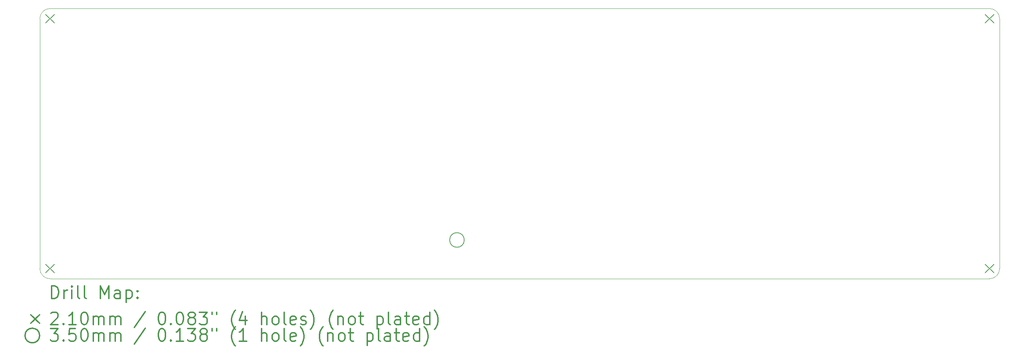
<source format=gbr>
%FSLAX45Y45*%
G04 Gerber Fmt 4.5, Leading zero omitted, Abs format (unit mm)*
G04 Created by KiCad (PCBNEW 5.1.9+dfsg1-1+deb11u1) date 2023-02-07 21:16:10*
%MOMM*%
%LPD*%
G01*
G04 APERTURE LIST*
%TA.AperFunction,Profile*%
%ADD10C,0.050000*%
%TD*%
%ADD11C,0.200000*%
%ADD12C,0.300000*%
G04 APERTURE END LIST*
D10*
X9690000Y-12195000D02*
X32190000Y-12195000D01*
X9445000Y-18435000D02*
X9445000Y-12440000D01*
X32190000Y-18680000D02*
X9690000Y-18680000D01*
X32435000Y-12440000D02*
X32435000Y-18435000D01*
X32190000Y-12195000D02*
G75*
G02*
X32435000Y-12440000I0J-245000D01*
G01*
X32435000Y-18435000D02*
G75*
G02*
X32190000Y-18680000I-245000J0D01*
G01*
X9690000Y-18680000D02*
G75*
G02*
X9445000Y-18435000I0J245000D01*
G01*
X9445000Y-12440000D02*
G75*
G02*
X9690000Y-12195000I245000J0D01*
G01*
D11*
X9585000Y-12335000D02*
X9795000Y-12545000D01*
X9795000Y-12335000D02*
X9585000Y-12545000D01*
X9585000Y-18330000D02*
X9795000Y-18540000D01*
X9795000Y-18330000D02*
X9585000Y-18540000D01*
X32085000Y-12335000D02*
X32295000Y-12545000D01*
X32295000Y-12335000D02*
X32085000Y-12545000D01*
X32085000Y-18330000D02*
X32295000Y-18540000D01*
X32295000Y-18330000D02*
X32085000Y-18540000D01*
X19611000Y-17749000D02*
G75*
G03*
X19611000Y-17749000I-175000J0D01*
G01*
D12*
X9726429Y-19150714D02*
X9726429Y-18850714D01*
X9797857Y-18850714D01*
X9840714Y-18865000D01*
X9869286Y-18893571D01*
X9883571Y-18922143D01*
X9897857Y-18979286D01*
X9897857Y-19022143D01*
X9883571Y-19079286D01*
X9869286Y-19107857D01*
X9840714Y-19136429D01*
X9797857Y-19150714D01*
X9726429Y-19150714D01*
X10026429Y-19150714D02*
X10026429Y-18950714D01*
X10026429Y-19007857D02*
X10040714Y-18979286D01*
X10055000Y-18965000D01*
X10083571Y-18950714D01*
X10112143Y-18950714D01*
X10212143Y-19150714D02*
X10212143Y-18950714D01*
X10212143Y-18850714D02*
X10197857Y-18865000D01*
X10212143Y-18879286D01*
X10226429Y-18865000D01*
X10212143Y-18850714D01*
X10212143Y-18879286D01*
X10397857Y-19150714D02*
X10369286Y-19136429D01*
X10355000Y-19107857D01*
X10355000Y-18850714D01*
X10555000Y-19150714D02*
X10526429Y-19136429D01*
X10512143Y-19107857D01*
X10512143Y-18850714D01*
X10897857Y-19150714D02*
X10897857Y-18850714D01*
X10997857Y-19065000D01*
X11097857Y-18850714D01*
X11097857Y-19150714D01*
X11369286Y-19150714D02*
X11369286Y-18993571D01*
X11355000Y-18965000D01*
X11326428Y-18950714D01*
X11269286Y-18950714D01*
X11240714Y-18965000D01*
X11369286Y-19136429D02*
X11340714Y-19150714D01*
X11269286Y-19150714D01*
X11240714Y-19136429D01*
X11226428Y-19107857D01*
X11226428Y-19079286D01*
X11240714Y-19050714D01*
X11269286Y-19036429D01*
X11340714Y-19036429D01*
X11369286Y-19022143D01*
X11512143Y-18950714D02*
X11512143Y-19250714D01*
X11512143Y-18965000D02*
X11540714Y-18950714D01*
X11597857Y-18950714D01*
X11626428Y-18965000D01*
X11640714Y-18979286D01*
X11655000Y-19007857D01*
X11655000Y-19093571D01*
X11640714Y-19122143D01*
X11626428Y-19136429D01*
X11597857Y-19150714D01*
X11540714Y-19150714D01*
X11512143Y-19136429D01*
X11783571Y-19122143D02*
X11797857Y-19136429D01*
X11783571Y-19150714D01*
X11769286Y-19136429D01*
X11783571Y-19122143D01*
X11783571Y-19150714D01*
X11783571Y-18965000D02*
X11797857Y-18979286D01*
X11783571Y-18993571D01*
X11769286Y-18979286D01*
X11783571Y-18965000D01*
X11783571Y-18993571D01*
X9230000Y-19540000D02*
X9440000Y-19750000D01*
X9440000Y-19540000D02*
X9230000Y-19750000D01*
X9712143Y-19509286D02*
X9726429Y-19495000D01*
X9755000Y-19480714D01*
X9826429Y-19480714D01*
X9855000Y-19495000D01*
X9869286Y-19509286D01*
X9883571Y-19537857D01*
X9883571Y-19566429D01*
X9869286Y-19609286D01*
X9697857Y-19780714D01*
X9883571Y-19780714D01*
X10012143Y-19752143D02*
X10026429Y-19766429D01*
X10012143Y-19780714D01*
X9997857Y-19766429D01*
X10012143Y-19752143D01*
X10012143Y-19780714D01*
X10312143Y-19780714D02*
X10140714Y-19780714D01*
X10226429Y-19780714D02*
X10226429Y-19480714D01*
X10197857Y-19523571D01*
X10169286Y-19552143D01*
X10140714Y-19566429D01*
X10497857Y-19480714D02*
X10526429Y-19480714D01*
X10555000Y-19495000D01*
X10569286Y-19509286D01*
X10583571Y-19537857D01*
X10597857Y-19595000D01*
X10597857Y-19666429D01*
X10583571Y-19723571D01*
X10569286Y-19752143D01*
X10555000Y-19766429D01*
X10526429Y-19780714D01*
X10497857Y-19780714D01*
X10469286Y-19766429D01*
X10455000Y-19752143D01*
X10440714Y-19723571D01*
X10426429Y-19666429D01*
X10426429Y-19595000D01*
X10440714Y-19537857D01*
X10455000Y-19509286D01*
X10469286Y-19495000D01*
X10497857Y-19480714D01*
X10726429Y-19780714D02*
X10726429Y-19580714D01*
X10726429Y-19609286D02*
X10740714Y-19595000D01*
X10769286Y-19580714D01*
X10812143Y-19580714D01*
X10840714Y-19595000D01*
X10855000Y-19623571D01*
X10855000Y-19780714D01*
X10855000Y-19623571D02*
X10869286Y-19595000D01*
X10897857Y-19580714D01*
X10940714Y-19580714D01*
X10969286Y-19595000D01*
X10983571Y-19623571D01*
X10983571Y-19780714D01*
X11126429Y-19780714D02*
X11126429Y-19580714D01*
X11126429Y-19609286D02*
X11140714Y-19595000D01*
X11169286Y-19580714D01*
X11212143Y-19580714D01*
X11240714Y-19595000D01*
X11255000Y-19623571D01*
X11255000Y-19780714D01*
X11255000Y-19623571D02*
X11269286Y-19595000D01*
X11297857Y-19580714D01*
X11340714Y-19580714D01*
X11369286Y-19595000D01*
X11383571Y-19623571D01*
X11383571Y-19780714D01*
X11969286Y-19466429D02*
X11712143Y-19852143D01*
X12355000Y-19480714D02*
X12383571Y-19480714D01*
X12412143Y-19495000D01*
X12426428Y-19509286D01*
X12440714Y-19537857D01*
X12455000Y-19595000D01*
X12455000Y-19666429D01*
X12440714Y-19723571D01*
X12426428Y-19752143D01*
X12412143Y-19766429D01*
X12383571Y-19780714D01*
X12355000Y-19780714D01*
X12326428Y-19766429D01*
X12312143Y-19752143D01*
X12297857Y-19723571D01*
X12283571Y-19666429D01*
X12283571Y-19595000D01*
X12297857Y-19537857D01*
X12312143Y-19509286D01*
X12326428Y-19495000D01*
X12355000Y-19480714D01*
X12583571Y-19752143D02*
X12597857Y-19766429D01*
X12583571Y-19780714D01*
X12569286Y-19766429D01*
X12583571Y-19752143D01*
X12583571Y-19780714D01*
X12783571Y-19480714D02*
X12812143Y-19480714D01*
X12840714Y-19495000D01*
X12855000Y-19509286D01*
X12869286Y-19537857D01*
X12883571Y-19595000D01*
X12883571Y-19666429D01*
X12869286Y-19723571D01*
X12855000Y-19752143D01*
X12840714Y-19766429D01*
X12812143Y-19780714D01*
X12783571Y-19780714D01*
X12755000Y-19766429D01*
X12740714Y-19752143D01*
X12726428Y-19723571D01*
X12712143Y-19666429D01*
X12712143Y-19595000D01*
X12726428Y-19537857D01*
X12740714Y-19509286D01*
X12755000Y-19495000D01*
X12783571Y-19480714D01*
X13055000Y-19609286D02*
X13026428Y-19595000D01*
X13012143Y-19580714D01*
X12997857Y-19552143D01*
X12997857Y-19537857D01*
X13012143Y-19509286D01*
X13026428Y-19495000D01*
X13055000Y-19480714D01*
X13112143Y-19480714D01*
X13140714Y-19495000D01*
X13155000Y-19509286D01*
X13169286Y-19537857D01*
X13169286Y-19552143D01*
X13155000Y-19580714D01*
X13140714Y-19595000D01*
X13112143Y-19609286D01*
X13055000Y-19609286D01*
X13026428Y-19623571D01*
X13012143Y-19637857D01*
X12997857Y-19666429D01*
X12997857Y-19723571D01*
X13012143Y-19752143D01*
X13026428Y-19766429D01*
X13055000Y-19780714D01*
X13112143Y-19780714D01*
X13140714Y-19766429D01*
X13155000Y-19752143D01*
X13169286Y-19723571D01*
X13169286Y-19666429D01*
X13155000Y-19637857D01*
X13140714Y-19623571D01*
X13112143Y-19609286D01*
X13269286Y-19480714D02*
X13455000Y-19480714D01*
X13355000Y-19595000D01*
X13397857Y-19595000D01*
X13426428Y-19609286D01*
X13440714Y-19623571D01*
X13455000Y-19652143D01*
X13455000Y-19723571D01*
X13440714Y-19752143D01*
X13426428Y-19766429D01*
X13397857Y-19780714D01*
X13312143Y-19780714D01*
X13283571Y-19766429D01*
X13269286Y-19752143D01*
X13569286Y-19480714D02*
X13569286Y-19537857D01*
X13683571Y-19480714D02*
X13683571Y-19537857D01*
X14126428Y-19895000D02*
X14112143Y-19880714D01*
X14083571Y-19837857D01*
X14069286Y-19809286D01*
X14055000Y-19766429D01*
X14040714Y-19695000D01*
X14040714Y-19637857D01*
X14055000Y-19566429D01*
X14069286Y-19523571D01*
X14083571Y-19495000D01*
X14112143Y-19452143D01*
X14126428Y-19437857D01*
X14369286Y-19580714D02*
X14369286Y-19780714D01*
X14297857Y-19466429D02*
X14226428Y-19680714D01*
X14412143Y-19680714D01*
X14755000Y-19780714D02*
X14755000Y-19480714D01*
X14883571Y-19780714D02*
X14883571Y-19623571D01*
X14869286Y-19595000D01*
X14840714Y-19580714D01*
X14797857Y-19580714D01*
X14769286Y-19595000D01*
X14755000Y-19609286D01*
X15069286Y-19780714D02*
X15040714Y-19766429D01*
X15026428Y-19752143D01*
X15012143Y-19723571D01*
X15012143Y-19637857D01*
X15026428Y-19609286D01*
X15040714Y-19595000D01*
X15069286Y-19580714D01*
X15112143Y-19580714D01*
X15140714Y-19595000D01*
X15155000Y-19609286D01*
X15169286Y-19637857D01*
X15169286Y-19723571D01*
X15155000Y-19752143D01*
X15140714Y-19766429D01*
X15112143Y-19780714D01*
X15069286Y-19780714D01*
X15340714Y-19780714D02*
X15312143Y-19766429D01*
X15297857Y-19737857D01*
X15297857Y-19480714D01*
X15569286Y-19766429D02*
X15540714Y-19780714D01*
X15483571Y-19780714D01*
X15455000Y-19766429D01*
X15440714Y-19737857D01*
X15440714Y-19623571D01*
X15455000Y-19595000D01*
X15483571Y-19580714D01*
X15540714Y-19580714D01*
X15569286Y-19595000D01*
X15583571Y-19623571D01*
X15583571Y-19652143D01*
X15440714Y-19680714D01*
X15697857Y-19766429D02*
X15726428Y-19780714D01*
X15783571Y-19780714D01*
X15812143Y-19766429D01*
X15826428Y-19737857D01*
X15826428Y-19723571D01*
X15812143Y-19695000D01*
X15783571Y-19680714D01*
X15740714Y-19680714D01*
X15712143Y-19666429D01*
X15697857Y-19637857D01*
X15697857Y-19623571D01*
X15712143Y-19595000D01*
X15740714Y-19580714D01*
X15783571Y-19580714D01*
X15812143Y-19595000D01*
X15926428Y-19895000D02*
X15940714Y-19880714D01*
X15969286Y-19837857D01*
X15983571Y-19809286D01*
X15997857Y-19766429D01*
X16012143Y-19695000D01*
X16012143Y-19637857D01*
X15997857Y-19566429D01*
X15983571Y-19523571D01*
X15969286Y-19495000D01*
X15940714Y-19452143D01*
X15926428Y-19437857D01*
X16469286Y-19895000D02*
X16455000Y-19880714D01*
X16426428Y-19837857D01*
X16412143Y-19809286D01*
X16397857Y-19766429D01*
X16383571Y-19695000D01*
X16383571Y-19637857D01*
X16397857Y-19566429D01*
X16412143Y-19523571D01*
X16426428Y-19495000D01*
X16455000Y-19452143D01*
X16469286Y-19437857D01*
X16583571Y-19580714D02*
X16583571Y-19780714D01*
X16583571Y-19609286D02*
X16597857Y-19595000D01*
X16626428Y-19580714D01*
X16669286Y-19580714D01*
X16697857Y-19595000D01*
X16712143Y-19623571D01*
X16712143Y-19780714D01*
X16897857Y-19780714D02*
X16869286Y-19766429D01*
X16855000Y-19752143D01*
X16840714Y-19723571D01*
X16840714Y-19637857D01*
X16855000Y-19609286D01*
X16869286Y-19595000D01*
X16897857Y-19580714D01*
X16940714Y-19580714D01*
X16969286Y-19595000D01*
X16983571Y-19609286D01*
X16997857Y-19637857D01*
X16997857Y-19723571D01*
X16983571Y-19752143D01*
X16969286Y-19766429D01*
X16940714Y-19780714D01*
X16897857Y-19780714D01*
X17083571Y-19580714D02*
X17197857Y-19580714D01*
X17126429Y-19480714D02*
X17126429Y-19737857D01*
X17140714Y-19766429D01*
X17169286Y-19780714D01*
X17197857Y-19780714D01*
X17526429Y-19580714D02*
X17526429Y-19880714D01*
X17526429Y-19595000D02*
X17555000Y-19580714D01*
X17612143Y-19580714D01*
X17640714Y-19595000D01*
X17655000Y-19609286D01*
X17669286Y-19637857D01*
X17669286Y-19723571D01*
X17655000Y-19752143D01*
X17640714Y-19766429D01*
X17612143Y-19780714D01*
X17555000Y-19780714D01*
X17526429Y-19766429D01*
X17840714Y-19780714D02*
X17812143Y-19766429D01*
X17797857Y-19737857D01*
X17797857Y-19480714D01*
X18083571Y-19780714D02*
X18083571Y-19623571D01*
X18069286Y-19595000D01*
X18040714Y-19580714D01*
X17983571Y-19580714D01*
X17955000Y-19595000D01*
X18083571Y-19766429D02*
X18055000Y-19780714D01*
X17983571Y-19780714D01*
X17955000Y-19766429D01*
X17940714Y-19737857D01*
X17940714Y-19709286D01*
X17955000Y-19680714D01*
X17983571Y-19666429D01*
X18055000Y-19666429D01*
X18083571Y-19652143D01*
X18183571Y-19580714D02*
X18297857Y-19580714D01*
X18226429Y-19480714D02*
X18226429Y-19737857D01*
X18240714Y-19766429D01*
X18269286Y-19780714D01*
X18297857Y-19780714D01*
X18512143Y-19766429D02*
X18483571Y-19780714D01*
X18426429Y-19780714D01*
X18397857Y-19766429D01*
X18383571Y-19737857D01*
X18383571Y-19623571D01*
X18397857Y-19595000D01*
X18426429Y-19580714D01*
X18483571Y-19580714D01*
X18512143Y-19595000D01*
X18526429Y-19623571D01*
X18526429Y-19652143D01*
X18383571Y-19680714D01*
X18783571Y-19780714D02*
X18783571Y-19480714D01*
X18783571Y-19766429D02*
X18755000Y-19780714D01*
X18697857Y-19780714D01*
X18669286Y-19766429D01*
X18655000Y-19752143D01*
X18640714Y-19723571D01*
X18640714Y-19637857D01*
X18655000Y-19609286D01*
X18669286Y-19595000D01*
X18697857Y-19580714D01*
X18755000Y-19580714D01*
X18783571Y-19595000D01*
X18897857Y-19895000D02*
X18912143Y-19880714D01*
X18940714Y-19837857D01*
X18955000Y-19809286D01*
X18969286Y-19766429D01*
X18983571Y-19695000D01*
X18983571Y-19637857D01*
X18969286Y-19566429D01*
X18955000Y-19523571D01*
X18940714Y-19495000D01*
X18912143Y-19452143D01*
X18897857Y-19437857D01*
X9440000Y-20041000D02*
G75*
G03*
X9440000Y-20041000I-175000J0D01*
G01*
X9697857Y-19876714D02*
X9883571Y-19876714D01*
X9783571Y-19991000D01*
X9826429Y-19991000D01*
X9855000Y-20005286D01*
X9869286Y-20019571D01*
X9883571Y-20048143D01*
X9883571Y-20119571D01*
X9869286Y-20148143D01*
X9855000Y-20162429D01*
X9826429Y-20176714D01*
X9740714Y-20176714D01*
X9712143Y-20162429D01*
X9697857Y-20148143D01*
X10012143Y-20148143D02*
X10026429Y-20162429D01*
X10012143Y-20176714D01*
X9997857Y-20162429D01*
X10012143Y-20148143D01*
X10012143Y-20176714D01*
X10297857Y-19876714D02*
X10155000Y-19876714D01*
X10140714Y-20019571D01*
X10155000Y-20005286D01*
X10183571Y-19991000D01*
X10255000Y-19991000D01*
X10283571Y-20005286D01*
X10297857Y-20019571D01*
X10312143Y-20048143D01*
X10312143Y-20119571D01*
X10297857Y-20148143D01*
X10283571Y-20162429D01*
X10255000Y-20176714D01*
X10183571Y-20176714D01*
X10155000Y-20162429D01*
X10140714Y-20148143D01*
X10497857Y-19876714D02*
X10526429Y-19876714D01*
X10555000Y-19891000D01*
X10569286Y-19905286D01*
X10583571Y-19933857D01*
X10597857Y-19991000D01*
X10597857Y-20062429D01*
X10583571Y-20119571D01*
X10569286Y-20148143D01*
X10555000Y-20162429D01*
X10526429Y-20176714D01*
X10497857Y-20176714D01*
X10469286Y-20162429D01*
X10455000Y-20148143D01*
X10440714Y-20119571D01*
X10426429Y-20062429D01*
X10426429Y-19991000D01*
X10440714Y-19933857D01*
X10455000Y-19905286D01*
X10469286Y-19891000D01*
X10497857Y-19876714D01*
X10726429Y-20176714D02*
X10726429Y-19976714D01*
X10726429Y-20005286D02*
X10740714Y-19991000D01*
X10769286Y-19976714D01*
X10812143Y-19976714D01*
X10840714Y-19991000D01*
X10855000Y-20019571D01*
X10855000Y-20176714D01*
X10855000Y-20019571D02*
X10869286Y-19991000D01*
X10897857Y-19976714D01*
X10940714Y-19976714D01*
X10969286Y-19991000D01*
X10983571Y-20019571D01*
X10983571Y-20176714D01*
X11126429Y-20176714D02*
X11126429Y-19976714D01*
X11126429Y-20005286D02*
X11140714Y-19991000D01*
X11169286Y-19976714D01*
X11212143Y-19976714D01*
X11240714Y-19991000D01*
X11255000Y-20019571D01*
X11255000Y-20176714D01*
X11255000Y-20019571D02*
X11269286Y-19991000D01*
X11297857Y-19976714D01*
X11340714Y-19976714D01*
X11369286Y-19991000D01*
X11383571Y-20019571D01*
X11383571Y-20176714D01*
X11969286Y-19862429D02*
X11712143Y-20248143D01*
X12355000Y-19876714D02*
X12383571Y-19876714D01*
X12412143Y-19891000D01*
X12426428Y-19905286D01*
X12440714Y-19933857D01*
X12455000Y-19991000D01*
X12455000Y-20062429D01*
X12440714Y-20119571D01*
X12426428Y-20148143D01*
X12412143Y-20162429D01*
X12383571Y-20176714D01*
X12355000Y-20176714D01*
X12326428Y-20162429D01*
X12312143Y-20148143D01*
X12297857Y-20119571D01*
X12283571Y-20062429D01*
X12283571Y-19991000D01*
X12297857Y-19933857D01*
X12312143Y-19905286D01*
X12326428Y-19891000D01*
X12355000Y-19876714D01*
X12583571Y-20148143D02*
X12597857Y-20162429D01*
X12583571Y-20176714D01*
X12569286Y-20162429D01*
X12583571Y-20148143D01*
X12583571Y-20176714D01*
X12883571Y-20176714D02*
X12712143Y-20176714D01*
X12797857Y-20176714D02*
X12797857Y-19876714D01*
X12769286Y-19919571D01*
X12740714Y-19948143D01*
X12712143Y-19962429D01*
X12983571Y-19876714D02*
X13169286Y-19876714D01*
X13069286Y-19991000D01*
X13112143Y-19991000D01*
X13140714Y-20005286D01*
X13155000Y-20019571D01*
X13169286Y-20048143D01*
X13169286Y-20119571D01*
X13155000Y-20148143D01*
X13140714Y-20162429D01*
X13112143Y-20176714D01*
X13026428Y-20176714D01*
X12997857Y-20162429D01*
X12983571Y-20148143D01*
X13340714Y-20005286D02*
X13312143Y-19991000D01*
X13297857Y-19976714D01*
X13283571Y-19948143D01*
X13283571Y-19933857D01*
X13297857Y-19905286D01*
X13312143Y-19891000D01*
X13340714Y-19876714D01*
X13397857Y-19876714D01*
X13426428Y-19891000D01*
X13440714Y-19905286D01*
X13455000Y-19933857D01*
X13455000Y-19948143D01*
X13440714Y-19976714D01*
X13426428Y-19991000D01*
X13397857Y-20005286D01*
X13340714Y-20005286D01*
X13312143Y-20019571D01*
X13297857Y-20033857D01*
X13283571Y-20062429D01*
X13283571Y-20119571D01*
X13297857Y-20148143D01*
X13312143Y-20162429D01*
X13340714Y-20176714D01*
X13397857Y-20176714D01*
X13426428Y-20162429D01*
X13440714Y-20148143D01*
X13455000Y-20119571D01*
X13455000Y-20062429D01*
X13440714Y-20033857D01*
X13426428Y-20019571D01*
X13397857Y-20005286D01*
X13569286Y-19876714D02*
X13569286Y-19933857D01*
X13683571Y-19876714D02*
X13683571Y-19933857D01*
X14126428Y-20291000D02*
X14112143Y-20276714D01*
X14083571Y-20233857D01*
X14069286Y-20205286D01*
X14055000Y-20162429D01*
X14040714Y-20091000D01*
X14040714Y-20033857D01*
X14055000Y-19962429D01*
X14069286Y-19919571D01*
X14083571Y-19891000D01*
X14112143Y-19848143D01*
X14126428Y-19833857D01*
X14397857Y-20176714D02*
X14226428Y-20176714D01*
X14312143Y-20176714D02*
X14312143Y-19876714D01*
X14283571Y-19919571D01*
X14255000Y-19948143D01*
X14226428Y-19962429D01*
X14755000Y-20176714D02*
X14755000Y-19876714D01*
X14883571Y-20176714D02*
X14883571Y-20019571D01*
X14869286Y-19991000D01*
X14840714Y-19976714D01*
X14797857Y-19976714D01*
X14769286Y-19991000D01*
X14755000Y-20005286D01*
X15069286Y-20176714D02*
X15040714Y-20162429D01*
X15026428Y-20148143D01*
X15012143Y-20119571D01*
X15012143Y-20033857D01*
X15026428Y-20005286D01*
X15040714Y-19991000D01*
X15069286Y-19976714D01*
X15112143Y-19976714D01*
X15140714Y-19991000D01*
X15155000Y-20005286D01*
X15169286Y-20033857D01*
X15169286Y-20119571D01*
X15155000Y-20148143D01*
X15140714Y-20162429D01*
X15112143Y-20176714D01*
X15069286Y-20176714D01*
X15340714Y-20176714D02*
X15312143Y-20162429D01*
X15297857Y-20133857D01*
X15297857Y-19876714D01*
X15569286Y-20162429D02*
X15540714Y-20176714D01*
X15483571Y-20176714D01*
X15455000Y-20162429D01*
X15440714Y-20133857D01*
X15440714Y-20019571D01*
X15455000Y-19991000D01*
X15483571Y-19976714D01*
X15540714Y-19976714D01*
X15569286Y-19991000D01*
X15583571Y-20019571D01*
X15583571Y-20048143D01*
X15440714Y-20076714D01*
X15683571Y-20291000D02*
X15697857Y-20276714D01*
X15726428Y-20233857D01*
X15740714Y-20205286D01*
X15755000Y-20162429D01*
X15769286Y-20091000D01*
X15769286Y-20033857D01*
X15755000Y-19962429D01*
X15740714Y-19919571D01*
X15726428Y-19891000D01*
X15697857Y-19848143D01*
X15683571Y-19833857D01*
X16226428Y-20291000D02*
X16212143Y-20276714D01*
X16183571Y-20233857D01*
X16169286Y-20205286D01*
X16155000Y-20162429D01*
X16140714Y-20091000D01*
X16140714Y-20033857D01*
X16155000Y-19962429D01*
X16169286Y-19919571D01*
X16183571Y-19891000D01*
X16212143Y-19848143D01*
X16226428Y-19833857D01*
X16340714Y-19976714D02*
X16340714Y-20176714D01*
X16340714Y-20005286D02*
X16355000Y-19991000D01*
X16383571Y-19976714D01*
X16426428Y-19976714D01*
X16455000Y-19991000D01*
X16469286Y-20019571D01*
X16469286Y-20176714D01*
X16655000Y-20176714D02*
X16626428Y-20162429D01*
X16612143Y-20148143D01*
X16597857Y-20119571D01*
X16597857Y-20033857D01*
X16612143Y-20005286D01*
X16626428Y-19991000D01*
X16655000Y-19976714D01*
X16697857Y-19976714D01*
X16726428Y-19991000D01*
X16740714Y-20005286D01*
X16755000Y-20033857D01*
X16755000Y-20119571D01*
X16740714Y-20148143D01*
X16726428Y-20162429D01*
X16697857Y-20176714D01*
X16655000Y-20176714D01*
X16840714Y-19976714D02*
X16955000Y-19976714D01*
X16883571Y-19876714D02*
X16883571Y-20133857D01*
X16897857Y-20162429D01*
X16926429Y-20176714D01*
X16955000Y-20176714D01*
X17283571Y-19976714D02*
X17283571Y-20276714D01*
X17283571Y-19991000D02*
X17312143Y-19976714D01*
X17369286Y-19976714D01*
X17397857Y-19991000D01*
X17412143Y-20005286D01*
X17426429Y-20033857D01*
X17426429Y-20119571D01*
X17412143Y-20148143D01*
X17397857Y-20162429D01*
X17369286Y-20176714D01*
X17312143Y-20176714D01*
X17283571Y-20162429D01*
X17597857Y-20176714D02*
X17569286Y-20162429D01*
X17555000Y-20133857D01*
X17555000Y-19876714D01*
X17840714Y-20176714D02*
X17840714Y-20019571D01*
X17826429Y-19991000D01*
X17797857Y-19976714D01*
X17740714Y-19976714D01*
X17712143Y-19991000D01*
X17840714Y-20162429D02*
X17812143Y-20176714D01*
X17740714Y-20176714D01*
X17712143Y-20162429D01*
X17697857Y-20133857D01*
X17697857Y-20105286D01*
X17712143Y-20076714D01*
X17740714Y-20062429D01*
X17812143Y-20062429D01*
X17840714Y-20048143D01*
X17940714Y-19976714D02*
X18055000Y-19976714D01*
X17983571Y-19876714D02*
X17983571Y-20133857D01*
X17997857Y-20162429D01*
X18026429Y-20176714D01*
X18055000Y-20176714D01*
X18269286Y-20162429D02*
X18240714Y-20176714D01*
X18183571Y-20176714D01*
X18155000Y-20162429D01*
X18140714Y-20133857D01*
X18140714Y-20019571D01*
X18155000Y-19991000D01*
X18183571Y-19976714D01*
X18240714Y-19976714D01*
X18269286Y-19991000D01*
X18283571Y-20019571D01*
X18283571Y-20048143D01*
X18140714Y-20076714D01*
X18540714Y-20176714D02*
X18540714Y-19876714D01*
X18540714Y-20162429D02*
X18512143Y-20176714D01*
X18455000Y-20176714D01*
X18426429Y-20162429D01*
X18412143Y-20148143D01*
X18397857Y-20119571D01*
X18397857Y-20033857D01*
X18412143Y-20005286D01*
X18426429Y-19991000D01*
X18455000Y-19976714D01*
X18512143Y-19976714D01*
X18540714Y-19991000D01*
X18655000Y-20291000D02*
X18669286Y-20276714D01*
X18697857Y-20233857D01*
X18712143Y-20205286D01*
X18726429Y-20162429D01*
X18740714Y-20091000D01*
X18740714Y-20033857D01*
X18726429Y-19962429D01*
X18712143Y-19919571D01*
X18697857Y-19891000D01*
X18669286Y-19848143D01*
X18655000Y-19833857D01*
M02*

</source>
